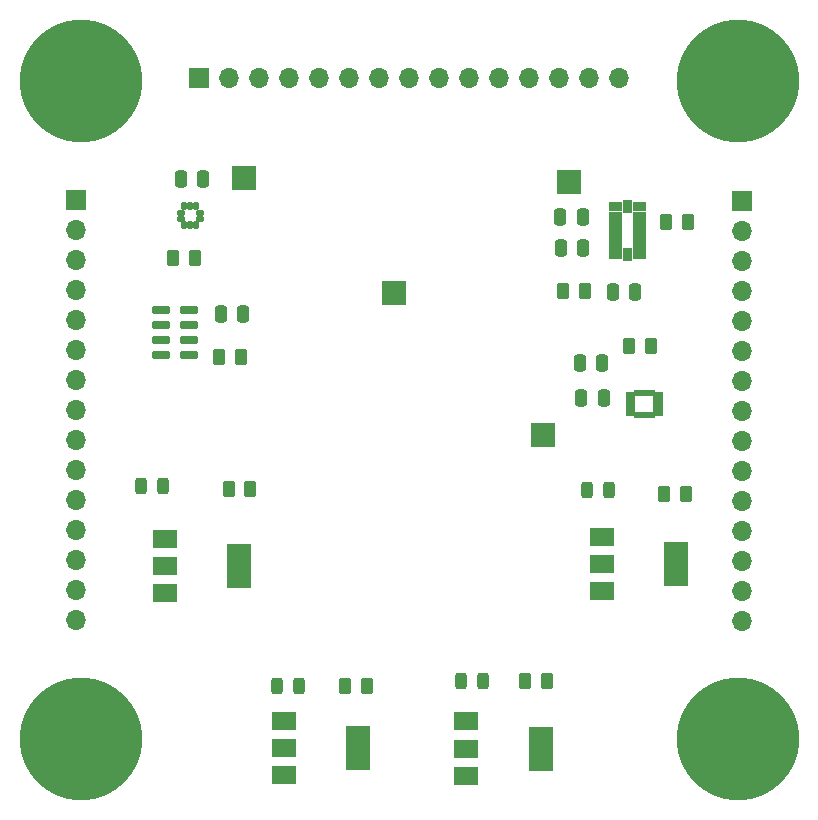
<source format=gbr>
%TF.GenerationSoftware,KiCad,Pcbnew,7.0.7*%
%TF.CreationDate,2024-02-10T01:20:28+05:30*%
%TF.ProjectId,Sensor_Stack,53656e73-6f72-45f5-9374-61636b2e6b69,rev?*%
%TF.SameCoordinates,Original*%
%TF.FileFunction,Soldermask,Top*%
%TF.FilePolarity,Negative*%
%FSLAX46Y46*%
G04 Gerber Fmt 4.6, Leading zero omitted, Abs format (unit mm)*
G04 Created by KiCad (PCBNEW 7.0.7) date 2024-02-10 01:20:28*
%MOMM*%
%LPD*%
G01*
G04 APERTURE LIST*
G04 Aperture macros list*
%AMRoundRect*
0 Rectangle with rounded corners*
0 $1 Rounding radius*
0 $2 $3 $4 $5 $6 $7 $8 $9 X,Y pos of 4 corners*
0 Add a 4 corners polygon primitive as box body*
4,1,4,$2,$3,$4,$5,$6,$7,$8,$9,$2,$3,0*
0 Add four circle primitives for the rounded corners*
1,1,$1+$1,$2,$3*
1,1,$1+$1,$4,$5*
1,1,$1+$1,$6,$7*
1,1,$1+$1,$8,$9*
0 Add four rect primitives between the rounded corners*
20,1,$1+$1,$2,$3,$4,$5,0*
20,1,$1+$1,$4,$5,$6,$7,0*
20,1,$1+$1,$6,$7,$8,$9,0*
20,1,$1+$1,$8,$9,$2,$3,0*%
G04 Aperture macros list end*
%ADD10C,0.010000*%
%ADD11R,2.000000X2.000000*%
%ADD12RoundRect,0.250000X0.250000X0.475000X-0.250000X0.475000X-0.250000X-0.475000X0.250000X-0.475000X0*%
%ADD13RoundRect,0.243750X0.243750X0.456250X-0.243750X0.456250X-0.243750X-0.456250X0.243750X-0.456250X0*%
%ADD14RoundRect,0.102000X-0.200000X-0.150000X0.200000X-0.150000X0.200000X0.150000X-0.200000X0.150000X0*%
%ADD15RoundRect,0.102000X0.150000X-0.200000X0.150000X0.200000X-0.150000X0.200000X-0.150000X-0.200000X0*%
%ADD16RoundRect,0.102000X0.200000X0.150000X-0.200000X0.150000X-0.200000X-0.150000X0.200000X-0.150000X0*%
%ADD17RoundRect,0.102000X-0.150000X0.200000X-0.150000X-0.200000X0.150000X-0.200000X0.150000X0.200000X0*%
%ADD18RoundRect,0.250000X-0.262500X-0.450000X0.262500X-0.450000X0.262500X0.450000X-0.262500X0.450000X0*%
%ADD19R,2.000000X1.500000*%
%ADD20R,2.000000X3.800000*%
%ADD21RoundRect,0.250000X-0.250000X-0.475000X0.250000X-0.475000X0.250000X0.475000X-0.250000X0.475000X0*%
%ADD22R,1.700000X1.700000*%
%ADD23O,1.700000X1.700000*%
%ADD24C,10.400000*%
%ADD25RoundRect,0.250000X0.262500X0.450000X-0.262500X0.450000X-0.262500X-0.450000X0.262500X-0.450000X0*%
%ADD26RoundRect,0.123200X-0.633800X-0.243800X0.633800X-0.243800X0.633800X0.243800X-0.633800X0.243800X0*%
G04 APERTURE END LIST*
%TO.C,U5*%
D10*
X144423800Y-77050600D02*
X143713800Y-77050600D01*
X143713800Y-76600600D01*
X144423800Y-76600600D01*
X144423800Y-77050600D01*
G36*
X144423800Y-77050600D02*
G01*
X143713800Y-77050600D01*
X143713800Y-76600600D01*
X144423800Y-76600600D01*
X144423800Y-77050600D01*
G37*
X144423800Y-77550600D02*
X143713800Y-77550600D01*
X143713800Y-77100600D01*
X144423800Y-77100600D01*
X144423800Y-77550600D01*
G36*
X144423800Y-77550600D02*
G01*
X143713800Y-77550600D01*
X143713800Y-77100600D01*
X144423800Y-77100600D01*
X144423800Y-77550600D01*
G37*
X144423800Y-78050600D02*
X143713800Y-78050600D01*
X143713800Y-77600600D01*
X144423800Y-77600600D01*
X144423800Y-78050600D01*
G36*
X144423800Y-78050600D02*
G01*
X143713800Y-78050600D01*
X143713800Y-77600600D01*
X144423800Y-77600600D01*
X144423800Y-78050600D01*
G37*
X144423800Y-78550600D02*
X143713800Y-78550600D01*
X143713800Y-78100600D01*
X144423800Y-78100600D01*
X144423800Y-78550600D01*
G36*
X144423800Y-78550600D02*
G01*
X143713800Y-78550600D01*
X143713800Y-78100600D01*
X144423800Y-78100600D01*
X144423800Y-78550600D01*
G37*
X145083800Y-76885600D02*
X144373800Y-76885600D01*
X144373800Y-76435600D01*
X145083800Y-76435600D01*
X145083800Y-76885600D01*
G36*
X145083800Y-76885600D02*
G01*
X144373800Y-76885600D01*
X144373800Y-76435600D01*
X145083800Y-76435600D01*
X145083800Y-76885600D01*
G37*
X145083800Y-78715600D02*
X144373800Y-78715600D01*
X144373800Y-78265600D01*
X145083800Y-78265600D01*
X145083800Y-78715600D01*
G36*
X145083800Y-78715600D02*
G01*
X144373800Y-78715600D01*
X144373800Y-78265600D01*
X145083800Y-78265600D01*
X145083800Y-78715600D01*
G37*
X145583800Y-76885600D02*
X144873800Y-76885600D01*
X144873800Y-76435600D01*
X145583800Y-76435600D01*
X145583800Y-76885600D01*
G36*
X145583800Y-76885600D02*
G01*
X144873800Y-76885600D01*
X144873800Y-76435600D01*
X145583800Y-76435600D01*
X145583800Y-76885600D01*
G37*
X145583800Y-78715600D02*
X144873800Y-78715600D01*
X144873800Y-78265600D01*
X145583800Y-78265600D01*
X145583800Y-78715600D01*
G36*
X145583800Y-78715600D02*
G01*
X144873800Y-78715600D01*
X144873800Y-78265600D01*
X145583800Y-78265600D01*
X145583800Y-78715600D01*
G37*
X146083800Y-76885600D02*
X145373800Y-76885600D01*
X145373800Y-76435600D01*
X146083800Y-76435600D01*
X146083800Y-76885600D01*
G36*
X146083800Y-76885600D02*
G01*
X145373800Y-76885600D01*
X145373800Y-76435600D01*
X146083800Y-76435600D01*
X146083800Y-76885600D01*
G37*
X146083800Y-78715600D02*
X145373800Y-78715600D01*
X145373800Y-78265600D01*
X146083800Y-78265600D01*
X146083800Y-78715600D01*
G36*
X146083800Y-78715600D02*
G01*
X145373800Y-78715600D01*
X145373800Y-78265600D01*
X146083800Y-78265600D01*
X146083800Y-78715600D01*
G37*
X146743800Y-77050600D02*
X146033800Y-77050600D01*
X146033800Y-76600600D01*
X146743800Y-76600600D01*
X146743800Y-77050600D01*
G36*
X146743800Y-77050600D02*
G01*
X146033800Y-77050600D01*
X146033800Y-76600600D01*
X146743800Y-76600600D01*
X146743800Y-77050600D01*
G37*
X146743800Y-77550600D02*
X146033800Y-77550600D01*
X146033800Y-77100600D01*
X146743800Y-77100600D01*
X146743800Y-77550600D01*
G36*
X146743800Y-77550600D02*
G01*
X146033800Y-77550600D01*
X146033800Y-77100600D01*
X146743800Y-77100600D01*
X146743800Y-77550600D01*
G37*
X146743800Y-78050600D02*
X146033800Y-78050600D01*
X146033800Y-77600600D01*
X146743800Y-77600600D01*
X146743800Y-78050600D01*
G36*
X146743800Y-78050600D02*
G01*
X146033800Y-78050600D01*
X146033800Y-77600600D01*
X146743800Y-77600600D01*
X146743800Y-78050600D01*
G37*
X146743800Y-78550600D02*
X146033800Y-78550600D01*
X146033800Y-78100600D01*
X146743800Y-78100600D01*
X146743800Y-78550600D01*
G36*
X146743800Y-78550600D02*
G01*
X146033800Y-78550600D01*
X146033800Y-78100600D01*
X146743800Y-78100600D01*
X146743800Y-78550600D01*
G37*
%TO.C,U4*%
X143298000Y-61226600D02*
X142278000Y-61226600D01*
X142278000Y-60516600D01*
X143298000Y-60516600D01*
X143298000Y-61226600D01*
G36*
X143298000Y-61226600D02*
G01*
X142278000Y-61226600D01*
X142278000Y-60516600D01*
X143298000Y-60516600D01*
X143298000Y-61226600D01*
G37*
X143298000Y-62026600D02*
X142278000Y-62026600D01*
X142278000Y-61316600D01*
X143298000Y-61316600D01*
X143298000Y-62026600D01*
G36*
X143298000Y-62026600D02*
G01*
X142278000Y-62026600D01*
X142278000Y-61316600D01*
X143298000Y-61316600D01*
X143298000Y-62026600D01*
G37*
X143298000Y-62826600D02*
X142278000Y-62826600D01*
X142278000Y-62116600D01*
X143298000Y-62116600D01*
X143298000Y-62826600D01*
G36*
X143298000Y-62826600D02*
G01*
X142278000Y-62826600D01*
X142278000Y-62116600D01*
X143298000Y-62116600D01*
X143298000Y-62826600D01*
G37*
X143298000Y-63626600D02*
X142278000Y-63626600D01*
X142278000Y-62916600D01*
X143298000Y-62916600D01*
X143298000Y-63626600D01*
G36*
X143298000Y-63626600D02*
G01*
X142278000Y-63626600D01*
X142278000Y-62916600D01*
X143298000Y-62916600D01*
X143298000Y-63626600D01*
G37*
X143298000Y-64426600D02*
X142278000Y-64426600D01*
X142278000Y-63716600D01*
X143298000Y-63716600D01*
X143298000Y-64426600D01*
G36*
X143298000Y-64426600D02*
G01*
X142278000Y-64426600D01*
X142278000Y-63716600D01*
X143298000Y-63716600D01*
X143298000Y-64426600D01*
G37*
X143298000Y-65226600D02*
X142278000Y-65226600D01*
X142278000Y-64516600D01*
X143298000Y-64516600D01*
X143298000Y-65226600D01*
G36*
X143298000Y-65226600D02*
G01*
X142278000Y-65226600D01*
X142278000Y-64516600D01*
X143298000Y-64516600D01*
X143298000Y-65226600D01*
G37*
X144153000Y-61371600D02*
X143443000Y-61371600D01*
X143443000Y-60351600D01*
X144153000Y-60351600D01*
X144153000Y-61371600D01*
G36*
X144153000Y-61371600D02*
G01*
X143443000Y-61371600D01*
X143443000Y-60351600D01*
X144153000Y-60351600D01*
X144153000Y-61371600D01*
G37*
X144153000Y-65391600D02*
X143443000Y-65391600D01*
X143443000Y-64371600D01*
X144153000Y-64371600D01*
X144153000Y-65391600D01*
G36*
X144153000Y-65391600D02*
G01*
X143443000Y-65391600D01*
X143443000Y-64371600D01*
X144153000Y-64371600D01*
X144153000Y-65391600D01*
G37*
X145318000Y-61226600D02*
X144298000Y-61226600D01*
X144298000Y-60516600D01*
X145318000Y-60516600D01*
X145318000Y-61226600D01*
G36*
X145318000Y-61226600D02*
G01*
X144298000Y-61226600D01*
X144298000Y-60516600D01*
X145318000Y-60516600D01*
X145318000Y-61226600D01*
G37*
X145318000Y-62026600D02*
X144298000Y-62026600D01*
X144298000Y-61316600D01*
X145318000Y-61316600D01*
X145318000Y-62026600D01*
G36*
X145318000Y-62026600D02*
G01*
X144298000Y-62026600D01*
X144298000Y-61316600D01*
X145318000Y-61316600D01*
X145318000Y-62026600D01*
G37*
X145318000Y-62826600D02*
X144298000Y-62826600D01*
X144298000Y-62116600D01*
X145318000Y-62116600D01*
X145318000Y-62826600D01*
G36*
X145318000Y-62826600D02*
G01*
X144298000Y-62826600D01*
X144298000Y-62116600D01*
X145318000Y-62116600D01*
X145318000Y-62826600D01*
G37*
X145318000Y-63626600D02*
X144298000Y-63626600D01*
X144298000Y-62916600D01*
X145318000Y-62916600D01*
X145318000Y-63626600D01*
G36*
X145318000Y-63626600D02*
G01*
X144298000Y-63626600D01*
X144298000Y-62916600D01*
X145318000Y-62916600D01*
X145318000Y-63626600D01*
G37*
X145318000Y-64426600D02*
X144298000Y-64426600D01*
X144298000Y-63716600D01*
X145318000Y-63716600D01*
X145318000Y-64426600D01*
G36*
X145318000Y-64426600D02*
G01*
X144298000Y-64426600D01*
X144298000Y-63716600D01*
X145318000Y-63716600D01*
X145318000Y-64426600D01*
G37*
X145318000Y-65226600D02*
X144298000Y-65226600D01*
X144298000Y-64516600D01*
X145318000Y-64516600D01*
X145318000Y-65226600D01*
G36*
X145318000Y-65226600D02*
G01*
X144298000Y-65226600D01*
X144298000Y-64516600D01*
X145318000Y-64516600D01*
X145318000Y-65226600D01*
G37*
%TD*%
D11*
%TO.C,TP_ADXL*%
X138938000Y-58826400D03*
%TD*%
D12*
%TO.C,C6*%
X141716800Y-74168000D03*
X139816800Y-74168000D03*
%TD*%
%TO.C,C4*%
X140091200Y-64414400D03*
X138191200Y-64414400D03*
%TD*%
D13*
%TO.C,LED_LSM*%
X131622800Y-101066600D03*
X129747800Y-101066600D03*
%TD*%
D14*
%TO.C,U2*%
X106032400Y-61421200D03*
X106032400Y-61921200D03*
D15*
X106332400Y-62471200D03*
X106832400Y-62471200D03*
X107332400Y-62471200D03*
D16*
X107632400Y-61921200D03*
X107632400Y-61421200D03*
D17*
X107332400Y-60871200D03*
X106832400Y-60871200D03*
X106332400Y-60871200D03*
%TD*%
D18*
%TO.C,R4*%
X147118700Y-62230000D03*
X148943700Y-62230000D03*
%TD*%
D13*
%TO.C,LED_ADXL*%
X116075700Y-101523800D03*
X114200700Y-101523800D03*
%TD*%
D18*
%TO.C,R2*%
X105411900Y-65278000D03*
X107236900Y-65278000D03*
%TD*%
D12*
%TO.C,C2*%
X107934800Y-58521600D03*
X106034800Y-58521600D03*
%TD*%
D13*
%TO.C,LED_LPS22*%
X142263500Y-84886800D03*
X140388500Y-84886800D03*
%TD*%
D18*
%TO.C,R1*%
X109272700Y-73629200D03*
X111097700Y-73629200D03*
%TD*%
%TO.C,R3*%
X138421100Y-68072000D03*
X140246100Y-68072000D03*
%TD*%
%TO.C,R9*%
X135180700Y-101066600D03*
X137005700Y-101066600D03*
%TD*%
D19*
%TO.C,Q2*%
X141680800Y-88886000D03*
X141680800Y-91186000D03*
D20*
X147980800Y-91186000D03*
D19*
X141680800Y-93486000D03*
%TD*%
%TO.C,Q4*%
X130200000Y-104481600D03*
X130200000Y-106781600D03*
D20*
X136500000Y-106781600D03*
D19*
X130200000Y-109081600D03*
%TD*%
D11*
%TO.C,TP_MS5607*%
X111404400Y-58496200D03*
%TD*%
D13*
%TO.C,LED_MS5607*%
X104518700Y-84582000D03*
X102643700Y-84582000D03*
%TD*%
D18*
%TO.C,R6*%
X110085500Y-84785200D03*
X111910500Y-84785200D03*
%TD*%
D21*
%TO.C,C5*%
X142600000Y-68122800D03*
X144500000Y-68122800D03*
%TD*%
D18*
%TO.C,R7*%
X146966700Y-85228400D03*
X148791700Y-85228400D03*
%TD*%
D19*
%TO.C,Q3*%
X114756800Y-104430800D03*
X114756800Y-106730800D03*
D20*
X121056800Y-106730800D03*
D19*
X114756800Y-109030800D03*
%TD*%
D11*
%TO.C,TP_LPS22*%
X124104400Y-68249800D03*
%TD*%
D22*
%TO.C,U6*%
X153574400Y-60396200D03*
D23*
X153574400Y-62936200D03*
X153574400Y-65476200D03*
X153574400Y-68016200D03*
X153574400Y-70556200D03*
X153574400Y-73096200D03*
X153574400Y-75636200D03*
X153574400Y-78176200D03*
X153574400Y-80716200D03*
X153574400Y-83256200D03*
X153574400Y-85796200D03*
X153574400Y-88336200D03*
X153574400Y-90876200D03*
X153574400Y-93416200D03*
X153574400Y-95956200D03*
X97174400Y-95926200D03*
X97174400Y-93386200D03*
X97174400Y-90846200D03*
X97174400Y-88306200D03*
X97174400Y-85766200D03*
X97174400Y-83226200D03*
X97174400Y-80686200D03*
X97174400Y-78146200D03*
X97174400Y-75606200D03*
X97174400Y-73066200D03*
X97174400Y-70526200D03*
X97174400Y-67986200D03*
X97174400Y-65446200D03*
X97174400Y-62906200D03*
D22*
X97174400Y-60366200D03*
X107599400Y-49981200D03*
D23*
X110139400Y-49981200D03*
X112679400Y-49981200D03*
X115219400Y-49981200D03*
X117759400Y-49981200D03*
X120299400Y-49981200D03*
X122839400Y-49981200D03*
X125379400Y-49981200D03*
X127919400Y-49981200D03*
X130459400Y-49981200D03*
X132999400Y-49981200D03*
X135539400Y-49981200D03*
X138079400Y-49981200D03*
X140619400Y-49981200D03*
X143159400Y-49981200D03*
D24*
X153174400Y-105981200D03*
X97574400Y-105981200D03*
X97574400Y-50281200D03*
X153174400Y-50296200D03*
%TD*%
D11*
%TO.C,TP_LSM*%
X136677400Y-80213200D03*
%TD*%
D21*
%TO.C,C7*%
X139952400Y-77106400D03*
X141852400Y-77106400D03*
%TD*%
D12*
%TO.C,C1*%
X111338400Y-70002400D03*
X109438400Y-70002400D03*
%TD*%
%TO.C,C3*%
X140074400Y-61804800D03*
X138174400Y-61804800D03*
%TD*%
D19*
%TO.C,Q1*%
X104698400Y-89038400D03*
X104698400Y-91338400D03*
D20*
X110998400Y-91338400D03*
D19*
X104698400Y-93638400D03*
%TD*%
D25*
%TO.C,R5*%
X145844900Y-72694800D03*
X144019900Y-72694800D03*
%TD*%
D18*
%TO.C,R8*%
X119964200Y-101523800D03*
X121789200Y-101523800D03*
%TD*%
D26*
%TO.C,U1*%
X104330800Y-69686800D03*
X104330800Y-70936800D03*
X104330800Y-72186800D03*
X104330800Y-73436800D03*
X106730800Y-73436800D03*
X106730800Y-72186800D03*
X106730800Y-70936800D03*
X106730800Y-69686800D03*
%TD*%
M02*

</source>
